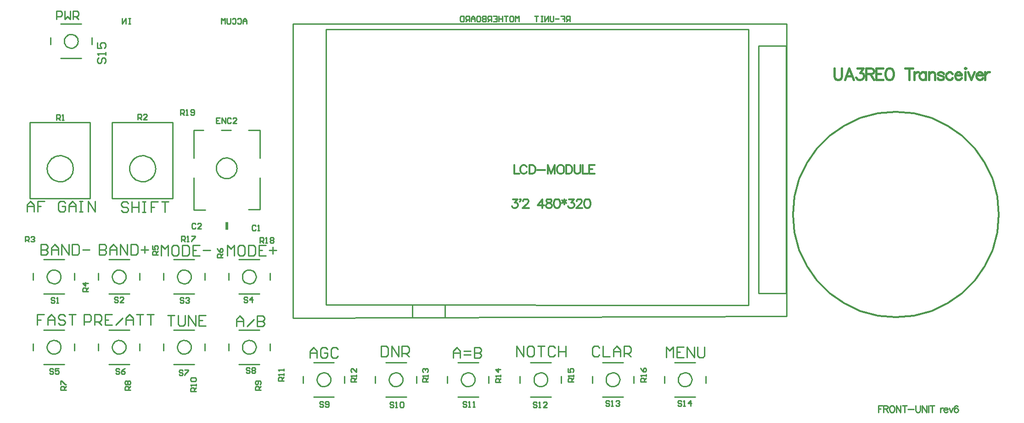
<source format=gto>
G04*
G04 #@! TF.GenerationSoftware,Altium Limited,Altium Designer,19.1.8 (144)*
G04*
G04 Layer_Color=65535*
%FSLAX25Y25*%
%MOIN*%
G70*
G01*
G75*
%ADD10C,0.01000*%
%ADD11C,0.01181*%
%ADD12C,0.01235*%
%ADD13C,0.01544*%
%ADD14C,0.00926*%
D10*
X166773Y-117825D02*
X166707Y-116828D01*
X166507Y-115849D01*
X166180Y-114904D01*
X165729Y-114012D01*
X165163Y-113188D01*
X164493Y-112447D01*
X163729Y-111802D01*
X162887Y-111264D01*
X161980Y-110843D01*
X161026Y-110547D01*
X160040Y-110381D01*
X159041Y-110347D01*
X158047Y-110448D01*
X157075Y-110679D01*
X156142Y-111038D01*
X155265Y-111519D01*
X154461Y-112112D01*
X153742Y-112806D01*
X153123Y-113591D01*
X152614Y-114451D01*
X152223Y-115371D01*
X151959Y-116335D01*
X151826Y-117325D01*
Y-118325D01*
X151959Y-119316D01*
X152223Y-120279D01*
X152614Y-121200D01*
X153123Y-122060D01*
X153742Y-122844D01*
X154461Y-123539D01*
X155265Y-124132D01*
X156142Y-124612D01*
X157075Y-124971D01*
X158047Y-125203D01*
X159041Y-125303D01*
X160040Y-125269D01*
X161026Y-125103D01*
X161980Y-124807D01*
X162887Y-124386D01*
X163729Y-123849D01*
X164493Y-123203D01*
X165163Y-122462D01*
X165729Y-121638D01*
X166180Y-120746D01*
X166507Y-119802D01*
X166707Y-118822D01*
X166773Y-117825D01*
X51502Y-25501D02*
X51399Y-24495D01*
X51096Y-23529D01*
X50605Y-22645D01*
X49946Y-21877D01*
X49146Y-21258D01*
X48238Y-20812D01*
X47259Y-20559D01*
X46248Y-20508D01*
X45248Y-20661D01*
X44300Y-21012D01*
X43441Y-21547D01*
X42708Y-22244D01*
X42130Y-23075D01*
X41731Y-24004D01*
X41527Y-24995D01*
Y-26007D01*
X41731Y-26998D01*
X42130Y-27928D01*
X42708Y-28758D01*
X43441Y-29455D01*
X44300Y-29990D01*
X45248Y-30342D01*
X46248Y-30495D01*
X47259Y-30444D01*
X48238Y-30190D01*
X49146Y-29744D01*
X49946Y-29125D01*
X50605Y-28357D01*
X51096Y-27473D01*
X51399Y-26508D01*
X51502Y-25501D01*
X180789Y-196852D02*
X180687Y-195845D01*
X180384Y-194880D01*
X179893Y-193995D01*
X179234Y-193228D01*
X178434Y-192608D01*
X177525Y-192163D01*
X176546Y-191909D01*
X175536Y-191858D01*
X174536Y-192011D01*
X173587Y-192363D01*
X172728Y-192898D01*
X171995Y-193595D01*
X171417Y-194425D01*
X171018Y-195355D01*
X170815Y-196346D01*
Y-197357D01*
X171018Y-198348D01*
X171417Y-199278D01*
X171995Y-200108D01*
X172728Y-200805D01*
X173587Y-201341D01*
X174536Y-201692D01*
X175536Y-201845D01*
X176546Y-201794D01*
X177525Y-201540D01*
X178434Y-201095D01*
X179234Y-200476D01*
X179893Y-199708D01*
X180384Y-198823D01*
X180687Y-197858D01*
X180789Y-196852D01*
X47960Y-118144D02*
X47907Y-117140D01*
X47747Y-116147D01*
X47482Y-115176D01*
X47116Y-114239D01*
X46652Y-113347D01*
X46096Y-112508D01*
X45454Y-111734D01*
X44733Y-111032D01*
X43942Y-110411D01*
X43089Y-109878D01*
X42185Y-109438D01*
X41238Y-109097D01*
X40261Y-108858D01*
X39264Y-108724D01*
X38259Y-108697D01*
X37256Y-108778D01*
X36268Y-108964D01*
X35304Y-109255D01*
X34378Y-109646D01*
X33498Y-110133D01*
X32675Y-110711D01*
X31918Y-111374D01*
X31235Y-112113D01*
X30635Y-112920D01*
X30125Y-113787D01*
X29709Y-114703D01*
X29393Y-115658D01*
X29180Y-116641D01*
X29074Y-117641D01*
Y-118647D01*
X29180Y-119647D01*
X29393Y-120630D01*
X29709Y-121585D01*
X30125Y-122501D01*
X30635Y-123368D01*
X31235Y-124176D01*
X31918Y-124915D01*
X32675Y-125577D01*
X33498Y-126155D01*
X34378Y-126643D01*
X35304Y-127034D01*
X36268Y-127324D01*
X37256Y-127510D01*
X38259Y-127591D01*
X39264Y-127564D01*
X40261Y-127430D01*
X41238Y-127192D01*
X42185Y-126850D01*
X43089Y-126411D01*
X43942Y-125877D01*
X44733Y-125256D01*
X45454Y-124554D01*
X46096Y-123780D01*
X46652Y-122942D01*
X47116Y-122049D01*
X47482Y-121112D01*
X47747Y-120142D01*
X47907Y-119149D01*
X47960Y-118144D01*
X180786Y-248030D02*
X180684Y-247024D01*
X180381Y-246059D01*
X179890Y-245174D01*
X179231Y-244406D01*
X178431Y-243787D01*
X177522Y-243342D01*
X176543Y-243088D01*
X175533Y-243037D01*
X174533Y-243190D01*
X173584Y-243541D01*
X172725Y-244076D01*
X171992Y-244774D01*
X171414Y-245604D01*
X171015Y-246533D01*
X170811Y-247524D01*
Y-248536D01*
X171015Y-249527D01*
X171414Y-250457D01*
X171992Y-251287D01*
X172725Y-251984D01*
X173584Y-252519D01*
X174533Y-252871D01*
X175533Y-253024D01*
X176543Y-252973D01*
X177522Y-252719D01*
X178431Y-252274D01*
X179231Y-251654D01*
X179890Y-250887D01*
X180381Y-250002D01*
X180684Y-249037D01*
X180786Y-248030D01*
X39053D02*
X38951Y-247024D01*
X38648Y-246059D01*
X38157Y-245174D01*
X37498Y-244406D01*
X36698Y-243787D01*
X35790Y-243342D01*
X34811Y-243088D01*
X33800Y-243037D01*
X32800Y-243190D01*
X31852Y-243541D01*
X30993Y-244076D01*
X30260Y-244774D01*
X29682Y-245604D01*
X29283Y-246533D01*
X29079Y-247524D01*
Y-248536D01*
X29283Y-249527D01*
X29682Y-250457D01*
X30260Y-251287D01*
X30993Y-251984D01*
X31852Y-252519D01*
X32800Y-252871D01*
X33800Y-253024D01*
X34811Y-252973D01*
X35790Y-252719D01*
X36698Y-252274D01*
X37498Y-251654D01*
X38157Y-250887D01*
X38648Y-250002D01*
X38951Y-249037D01*
X39053Y-248030D01*
X39057Y-196852D02*
X38954Y-195845D01*
X38651Y-194880D01*
X38160Y-193995D01*
X37501Y-193228D01*
X36702Y-192608D01*
X35793Y-192163D01*
X34814Y-191909D01*
X33803Y-191858D01*
X32803Y-192011D01*
X31855Y-192363D01*
X30996Y-192898D01*
X30263Y-193595D01*
X29685Y-194425D01*
X29286Y-195355D01*
X29082Y-196346D01*
Y-197357D01*
X29286Y-198348D01*
X29685Y-199278D01*
X30263Y-200108D01*
X30996Y-200805D01*
X31855Y-201341D01*
X32803Y-201692D01*
X33803Y-201845D01*
X34814Y-201794D01*
X35793Y-201540D01*
X36702Y-201095D01*
X37501Y-200476D01*
X38160Y-199708D01*
X38651Y-198823D01*
X38954Y-197858D01*
X39057Y-196852D01*
X287285Y-271655D02*
X287183Y-270648D01*
X286880Y-269683D01*
X286389Y-268798D01*
X285730Y-268031D01*
X284930Y-267411D01*
X284022Y-266966D01*
X283042Y-266712D01*
X282032Y-266661D01*
X281032Y-266814D01*
X280083Y-267166D01*
X279224Y-267701D01*
X278491Y-268398D01*
X277913Y-269228D01*
X277514Y-270158D01*
X277311Y-271149D01*
Y-272161D01*
X277514Y-273151D01*
X277913Y-274081D01*
X278491Y-274912D01*
X279224Y-275609D01*
X280083Y-276144D01*
X281032Y-276495D01*
X282032Y-276648D01*
X283042Y-276597D01*
X284022Y-276343D01*
X284930Y-275898D01*
X285730Y-275279D01*
X286389Y-274511D01*
X286880Y-273626D01*
X287183Y-272661D01*
X287285Y-271655D01*
X107803Y-118144D02*
X107749Y-117140D01*
X107589Y-116147D01*
X107325Y-115176D01*
X106958Y-114239D01*
X106494Y-113347D01*
X105938Y-112508D01*
X105296Y-111734D01*
X104576Y-111032D01*
X103785Y-110411D01*
X102932Y-109878D01*
X102027Y-109438D01*
X101081Y-109097D01*
X100104Y-108858D01*
X99107Y-108724D01*
X98101Y-108697D01*
X97098Y-108778D01*
X96110Y-108964D01*
X95147Y-109255D01*
X94220Y-109646D01*
X93340Y-110133D01*
X92517Y-110711D01*
X91760Y-111374D01*
X91078Y-112113D01*
X90478Y-112920D01*
X89967Y-113787D01*
X89552Y-114703D01*
X89236Y-115658D01*
X89023Y-116641D01*
X88916Y-117641D01*
Y-118647D01*
X89023Y-119647D01*
X89236Y-120630D01*
X89552Y-121585D01*
X89967Y-122501D01*
X90478Y-123368D01*
X91078Y-124176D01*
X91760Y-124915D01*
X92517Y-125577D01*
X93340Y-126155D01*
X94220Y-126643D01*
X95147Y-127034D01*
X96110Y-127324D01*
X97098Y-127510D01*
X98101Y-127591D01*
X99107Y-127564D01*
X100104Y-127430D01*
X101081Y-127192D01*
X102027Y-126850D01*
X102932Y-126411D01*
X103785Y-125877D01*
X104576Y-125256D01*
X105296Y-124554D01*
X105938Y-123780D01*
X106494Y-122942D01*
X106958Y-122049D01*
X107325Y-121112D01*
X107589Y-120142D01*
X107749Y-119149D01*
X107803Y-118144D01*
X133542Y-248030D02*
X133439Y-247024D01*
X133136Y-246059D01*
X132646Y-245174D01*
X131987Y-244406D01*
X131187Y-243787D01*
X130278Y-243342D01*
X129299Y-243088D01*
X128288Y-243037D01*
X127288Y-243190D01*
X126340Y-243541D01*
X125481Y-244076D01*
X124748Y-244774D01*
X124170Y-245604D01*
X123771Y-246533D01*
X123567Y-247524D01*
Y-248536D01*
X123771Y-249527D01*
X124170Y-250457D01*
X124748Y-251287D01*
X125481Y-251984D01*
X126340Y-252519D01*
X127288Y-252871D01*
X128288Y-253024D01*
X129299Y-252973D01*
X130278Y-252719D01*
X131187Y-252274D01*
X131987Y-251654D01*
X132646Y-250887D01*
X133136Y-250002D01*
X133439Y-249037D01*
X133542Y-248030D01*
X86298D02*
X86195Y-247024D01*
X85892Y-246059D01*
X85401Y-245174D01*
X84742Y-244406D01*
X83943Y-243787D01*
X83034Y-243342D01*
X82055Y-243088D01*
X81044Y-243037D01*
X80044Y-243190D01*
X79096Y-243541D01*
X78237Y-244076D01*
X77504Y-244774D01*
X76926Y-245604D01*
X76527Y-246533D01*
X76323Y-247524D01*
Y-248536D01*
X76527Y-249527D01*
X76926Y-250457D01*
X77504Y-251287D01*
X78237Y-251984D01*
X79096Y-252519D01*
X80044Y-252871D01*
X81044Y-253024D01*
X82055Y-252973D01*
X83034Y-252719D01*
X83943Y-252274D01*
X84742Y-251654D01*
X85401Y-250887D01*
X85892Y-250002D01*
X86195Y-249037D01*
X86298Y-248030D01*
X497127Y-271655D02*
X497025Y-270648D01*
X496722Y-269683D01*
X496231Y-268798D01*
X495572Y-268031D01*
X494772Y-267411D01*
X493864Y-266966D01*
X492885Y-266712D01*
X491874Y-266661D01*
X490874Y-266814D01*
X489926Y-267166D01*
X489067Y-267701D01*
X488334Y-268398D01*
X487756Y-269228D01*
X487357Y-270158D01*
X487153Y-271149D01*
Y-272161D01*
X487357Y-273151D01*
X487756Y-274081D01*
X488334Y-274912D01*
X489067Y-275609D01*
X489926Y-276144D01*
X490874Y-276495D01*
X491874Y-276648D01*
X492885Y-276597D01*
X493864Y-276343D01*
X494772Y-275898D01*
X495572Y-275279D01*
X496231Y-274511D01*
X496722Y-273626D01*
X497025Y-272661D01*
X497127Y-271655D01*
X444765D02*
X444663Y-270648D01*
X444360Y-269683D01*
X443869Y-268798D01*
X443210Y-268031D01*
X442410Y-267411D01*
X441502Y-266966D01*
X440522Y-266712D01*
X439512Y-266661D01*
X438512Y-266814D01*
X437563Y-267166D01*
X436705Y-267701D01*
X435972Y-268398D01*
X435394Y-269228D01*
X434995Y-270158D01*
X434791Y-271149D01*
Y-272161D01*
X434995Y-273151D01*
X435394Y-274081D01*
X435972Y-274912D01*
X436705Y-275609D01*
X437563Y-276144D01*
X438512Y-276495D01*
X439512Y-276648D01*
X440522Y-276597D01*
X441502Y-276343D01*
X442410Y-275898D01*
X443210Y-275279D01*
X443869Y-274511D01*
X444360Y-273626D01*
X444663Y-272661D01*
X444765Y-271655D01*
X392403D02*
X392301Y-270648D01*
X391998Y-269683D01*
X391507Y-268798D01*
X390848Y-268031D01*
X390048Y-267411D01*
X389140Y-266966D01*
X388160Y-266712D01*
X387150Y-266661D01*
X386150Y-266814D01*
X385201Y-267166D01*
X384343Y-267701D01*
X383609Y-268398D01*
X383031Y-269228D01*
X382632Y-270158D01*
X382429Y-271149D01*
Y-272161D01*
X382632Y-273151D01*
X383031Y-274081D01*
X383609Y-274912D01*
X384343Y-275609D01*
X385201Y-276144D01*
X386150Y-276495D01*
X387150Y-276648D01*
X388160Y-276597D01*
X389140Y-276343D01*
X390048Y-275898D01*
X390848Y-275279D01*
X391507Y-274511D01*
X391998Y-273626D01*
X392301Y-272661D01*
X392403Y-271655D01*
X339647D02*
X339545Y-270648D01*
X339242Y-269683D01*
X338751Y-268798D01*
X338092Y-268031D01*
X337292Y-267411D01*
X336384Y-266966D01*
X335404Y-266712D01*
X334394Y-266661D01*
X333394Y-266814D01*
X332445Y-267166D01*
X331587Y-267701D01*
X330854Y-268398D01*
X330276Y-269228D01*
X329876Y-270158D01*
X329673Y-271149D01*
Y-272161D01*
X329876Y-273151D01*
X330276Y-274081D01*
X330854Y-274912D01*
X331587Y-275609D01*
X332445Y-276144D01*
X333394Y-276495D01*
X334394Y-276648D01*
X335404Y-276597D01*
X336384Y-276343D01*
X337292Y-275898D01*
X338092Y-275279D01*
X338751Y-274511D01*
X339242Y-273626D01*
X339545Y-272661D01*
X339647Y-271655D01*
X234923D02*
X234821Y-270648D01*
X234518Y-269683D01*
X234027Y-268798D01*
X233368Y-268031D01*
X232568Y-267411D01*
X231659Y-266966D01*
X230680Y-266712D01*
X229670Y-266661D01*
X228670Y-266814D01*
X227721Y-267166D01*
X226862Y-267701D01*
X226129Y-268398D01*
X225551Y-269228D01*
X225152Y-270158D01*
X224949Y-271149D01*
Y-272161D01*
X225152Y-273151D01*
X225551Y-274081D01*
X226129Y-274912D01*
X226862Y-275609D01*
X227721Y-276144D01*
X228670Y-276495D01*
X229670Y-276648D01*
X230680Y-276597D01*
X231659Y-276343D01*
X232568Y-275898D01*
X233368Y-275279D01*
X234027Y-274511D01*
X234518Y-273626D01*
X234821Y-272661D01*
X234923Y-271655D01*
X133545Y-196852D02*
X133442Y-195845D01*
X133140Y-194880D01*
X132649Y-193995D01*
X131990Y-193228D01*
X131190Y-192608D01*
X130281Y-192163D01*
X129302Y-191909D01*
X128292Y-191858D01*
X127292Y-192011D01*
X126343Y-192363D01*
X125484Y-192898D01*
X124751Y-193595D01*
X124173Y-194425D01*
X123774Y-195355D01*
X123571Y-196346D01*
Y-197357D01*
X123774Y-198348D01*
X124173Y-199278D01*
X124751Y-200108D01*
X125484Y-200805D01*
X126343Y-201341D01*
X127292Y-201692D01*
X128292Y-201845D01*
X129302Y-201794D01*
X130281Y-201540D01*
X131190Y-201095D01*
X131990Y-200476D01*
X132649Y-199708D01*
X133140Y-198823D01*
X133442Y-197858D01*
X133545Y-196852D01*
X86301D02*
X86198Y-195845D01*
X85896Y-194880D01*
X85405Y-193995D01*
X84746Y-193228D01*
X83946Y-192608D01*
X83037Y-192163D01*
X82058Y-191909D01*
X81047Y-191858D01*
X80048Y-192011D01*
X79099Y-192363D01*
X78240Y-192898D01*
X77507Y-193595D01*
X76929Y-194425D01*
X76530Y-195355D01*
X76326Y-196346D01*
Y-197357D01*
X76530Y-198348D01*
X76929Y-199278D01*
X77507Y-200108D01*
X78240Y-200805D01*
X79099Y-201341D01*
X80048Y-201692D01*
X81047Y-201845D01*
X82058Y-201794D01*
X83037Y-201540D01*
X83946Y-201095D01*
X84746Y-200476D01*
X85405Y-199708D01*
X85896Y-198823D01*
X86198Y-197858D01*
X86301Y-196852D01*
X317799Y-225992D02*
Y-217992D01*
X294177Y-225992D02*
Y-217992D01*
X207563Y-226772D02*
X565831Y-225591D01*
Y-12992D01*
X207563D02*
X565831D01*
X207563Y-226492D02*
X207563Y-12992D01*
X545483Y-28984D02*
X565510D01*
Y-208992D02*
Y-28984D01*
X545483Y-208992D02*
X565510D01*
X545483D02*
Y-28984D01*
X231500Y-16929D02*
X538272D01*
X231500D02*
X231500Y-217323D01*
X538272Y-217717D01*
Y-16929D01*
X135439Y-110494D02*
X135514Y-90345D01*
X142602D01*
X183509Y-110494D02*
X183549Y-90345D01*
X175279D02*
X183549D01*
X135514Y-148221D02*
Y-125061D01*
Y-148221D02*
X143783Y-148143D01*
X183549Y-147436D02*
X183624Y-125061D01*
X183156Y-147829D02*
X183549D01*
X175279Y-147868D02*
X183156Y-147829D01*
X155595Y-90345D02*
X162681D01*
X61499Y-28001D02*
Y-22999D01*
X31501Y-28001D02*
Y-22999D01*
X39002Y-37998D02*
X53998D01*
X39002Y-13000D02*
X53998D01*
X168289Y-184350D02*
X183285D01*
X168289Y-209349D02*
X183285D01*
X160788Y-199351D02*
Y-194350D01*
X190787Y-199351D02*
Y-194350D01*
X60319Y-139953D02*
Y-84559D01*
X16579D02*
X60319D01*
X16579Y-139953D02*
Y-84559D01*
Y-139953D02*
X60319D01*
X160788Y-250532D02*
Y-245531D01*
X190787Y-250532D02*
Y-245531D01*
X168289Y-235533D02*
X183285D01*
X168289Y-260532D02*
X183285D01*
X19056Y-250532D02*
Y-245531D01*
X49054Y-250532D02*
Y-245531D01*
X26557Y-235533D02*
X41553D01*
X26557Y-260532D02*
X41553D01*
X49054Y-199351D02*
Y-194350D01*
X19056Y-199351D02*
Y-194350D01*
X26557Y-209349D02*
X41553D01*
X26557Y-184350D02*
X41553D01*
X159962Y-162195D02*
Y-157081D01*
X297283Y-274154D02*
Y-269153D01*
X267284Y-274154D02*
Y-269153D01*
X274785Y-284152D02*
X289781D01*
X274785Y-259153D02*
X289781D01*
X120161Y-139953D02*
Y-84559D01*
X76421D02*
X120161D01*
X76421Y-139953D02*
Y-84559D01*
Y-139953D02*
X120161D01*
X113544Y-250532D02*
Y-245531D01*
X143543Y-250532D02*
Y-245531D01*
X121045Y-235533D02*
X136041D01*
X121045Y-260532D02*
X136041D01*
X66300Y-250532D02*
Y-245531D01*
X96298Y-250532D02*
Y-245531D01*
X73801Y-235533D02*
X88797D01*
X73801Y-260532D02*
X88797D01*
X507125Y-274154D02*
Y-269153D01*
X477127Y-274154D02*
Y-269153D01*
X484628Y-284152D02*
X499624D01*
X484628Y-259153D02*
X499624D01*
X454763Y-274154D02*
Y-269153D01*
X424764Y-274154D02*
Y-269153D01*
X432266Y-284152D02*
X447262D01*
X432266Y-259153D02*
X447262D01*
X402401Y-274154D02*
Y-269153D01*
X372402Y-274154D02*
Y-269153D01*
X379904Y-284152D02*
X394900D01*
X379904Y-259153D02*
X394900D01*
X349645Y-274154D02*
Y-269153D01*
X319647Y-274154D02*
Y-269153D01*
X327148Y-284152D02*
X342144D01*
X327148Y-259153D02*
X342144D01*
X244920Y-274154D02*
Y-269153D01*
X214922Y-274154D02*
Y-269153D01*
X222423Y-284152D02*
X237419D01*
X222423Y-259153D02*
X237419D01*
X143543Y-199351D02*
Y-194350D01*
X113544Y-199351D02*
Y-194350D01*
X121045Y-209349D02*
X136041D01*
X121045Y-184350D02*
X136041D01*
X96298Y-199351D02*
Y-194350D01*
X66300Y-199351D02*
Y-194350D01*
X73801Y-209349D02*
X88797D01*
X73801Y-184350D02*
X88797D01*
X158786Y-162195D02*
Y-157081D01*
X66502Y-37501D02*
X65502Y-38501D01*
Y-40500D01*
X66502Y-41500D01*
X67501D01*
X68501Y-40500D01*
Y-38501D01*
X69501Y-37501D01*
X70500D01*
X71500Y-38501D01*
Y-40500D01*
X70500Y-41500D01*
X71500Y-35502D02*
Y-33503D01*
Y-34502D01*
X65502D01*
X66502Y-35502D01*
X65502Y-26505D02*
Y-30504D01*
X68501D01*
X67501Y-28504D01*
Y-27505D01*
X68501Y-26505D01*
X70500D01*
X71500Y-27505D01*
Y-29504D01*
X70500Y-30504D01*
X36000Y-9500D02*
Y-3502D01*
X38999D01*
X39999Y-4502D01*
Y-6501D01*
X38999Y-7501D01*
X36000D01*
X41998Y-3502D02*
Y-9500D01*
X43997Y-7501D01*
X45997Y-9500D01*
Y-3502D01*
X47996Y-9500D02*
Y-3502D01*
X50995D01*
X51995Y-4502D01*
Y-6501D01*
X50995Y-7501D01*
X47996D01*
X49995D02*
X51995Y-9500D01*
X174659Y-212177D02*
X173994Y-211512D01*
X172665D01*
X172000Y-212177D01*
Y-212841D01*
X172665Y-213506D01*
X173994D01*
X174659Y-214171D01*
Y-214835D01*
X173994Y-215500D01*
X172665D01*
X172000Y-214835D01*
X177982Y-215500D02*
Y-211512D01*
X175988Y-213506D01*
X178647D01*
X160000Y-181500D02*
Y-173902D01*
X162532Y-176435D01*
X165065Y-173902D01*
Y-181500D01*
X171396Y-173902D02*
X168864D01*
X167597Y-175169D01*
Y-180234D01*
X168864Y-181500D01*
X171396D01*
X172663Y-180234D01*
Y-175169D01*
X171396Y-173902D01*
X175195D02*
Y-181500D01*
X178994D01*
X180260Y-180234D01*
Y-175169D01*
X178994Y-173902D01*
X175195D01*
X187858D02*
X182793D01*
Y-181500D01*
X187858D01*
X182793Y-177701D02*
X185325D01*
X190390D02*
X195455D01*
X192923Y-175169D02*
Y-180234D01*
X408719Y-11372D02*
Y-7384D01*
X406725D01*
X406060Y-8049D01*
Y-9378D01*
X406725Y-10043D01*
X408719D01*
X407390D02*
X406060Y-11372D01*
X402072Y-7384D02*
X404731D01*
Y-9378D01*
X403402D01*
X404731D01*
Y-11372D01*
X400743Y-9378D02*
X398084D01*
X396755Y-7384D02*
Y-10707D01*
X396090Y-11372D01*
X394761D01*
X394096Y-10707D01*
Y-7384D01*
X392767Y-11372D02*
Y-7384D01*
X390108Y-11372D01*
Y-7384D01*
X388779D02*
X387449D01*
X388114D01*
Y-11372D01*
X388779D01*
X387449D01*
X385455Y-7384D02*
X382797D01*
X384126D01*
Y-11372D01*
X36000Y-83000D02*
Y-79012D01*
X37994D01*
X38659Y-79677D01*
Y-81006D01*
X37994Y-81671D01*
X36000D01*
X37329D02*
X38659Y-83000D01*
X39988D02*
X41317D01*
X40653D01*
Y-79012D01*
X39988Y-79677D01*
X14500Y-149500D02*
Y-144435D01*
X17032Y-141902D01*
X19565Y-144435D01*
Y-149500D01*
Y-145701D01*
X14500D01*
X27163Y-141902D02*
X22097D01*
Y-145701D01*
X24630D01*
X22097D01*
Y-149500D01*
X42358Y-143169D02*
X41091Y-141902D01*
X38559D01*
X37293Y-143169D01*
Y-148234D01*
X38559Y-149500D01*
X41091D01*
X42358Y-148234D01*
Y-145701D01*
X39825D01*
X44890Y-149500D02*
Y-144435D01*
X47423Y-141902D01*
X49955Y-144435D01*
Y-149500D01*
Y-145701D01*
X44890D01*
X52488Y-141902D02*
X55020D01*
X53754D01*
Y-149500D01*
X52488D01*
X55020D01*
X58819D02*
Y-141902D01*
X63884Y-149500D01*
Y-141902D01*
X176159Y-263677D02*
X175494Y-263012D01*
X174165D01*
X173500Y-263677D01*
Y-264341D01*
X174165Y-265006D01*
X175494D01*
X176159Y-265671D01*
Y-266335D01*
X175494Y-267000D01*
X174165D01*
X173500Y-266335D01*
X177488Y-263677D02*
X178153Y-263012D01*
X179482D01*
X180147Y-263677D01*
Y-264341D01*
X179482Y-265006D01*
X180147Y-265671D01*
Y-266335D01*
X179482Y-267000D01*
X178153D01*
X177488Y-266335D01*
Y-265671D01*
X178153Y-265006D01*
X177488Y-264341D01*
Y-263677D01*
X178153Y-265006D02*
X179482D01*
X166500Y-233000D02*
Y-227935D01*
X169033Y-225402D01*
X171565Y-227935D01*
Y-233000D01*
Y-229201D01*
X166500D01*
X174098Y-233000D02*
X179163Y-227935D01*
X181695Y-225402D02*
Y-233000D01*
X185494D01*
X186760Y-231734D01*
Y-230468D01*
X185494Y-229201D01*
X181695D01*
X185494D01*
X186760Y-227935D01*
Y-226669D01*
X185494Y-225402D01*
X181695D01*
X33659Y-264177D02*
X32994Y-263512D01*
X31665D01*
X31000Y-264177D01*
Y-264841D01*
X31665Y-265506D01*
X32994D01*
X33659Y-266171D01*
Y-266835D01*
X32994Y-267500D01*
X31665D01*
X31000Y-266835D01*
X37647Y-263512D02*
X34988D01*
Y-265506D01*
X36318Y-264841D01*
X36982D01*
X37647Y-265506D01*
Y-266835D01*
X36982Y-267500D01*
X35653D01*
X34988Y-266835D01*
X27065Y-224402D02*
X22000D01*
Y-228201D01*
X24532D01*
X22000D01*
Y-232000D01*
X29597D02*
Y-226935D01*
X32130Y-224402D01*
X34663Y-226935D01*
Y-232000D01*
Y-228201D01*
X29597D01*
X42260Y-225669D02*
X40994Y-224402D01*
X38461D01*
X37195Y-225669D01*
Y-226935D01*
X38461Y-228201D01*
X40994D01*
X42260Y-229468D01*
Y-230734D01*
X40994Y-232000D01*
X38461D01*
X37195Y-230734D01*
X44793Y-224402D02*
X49858D01*
X47325D01*
Y-232000D01*
X154672Y-81254D02*
X152013D01*
Y-85242D01*
X154672D01*
X152013Y-83248D02*
X153343D01*
X156001Y-85242D02*
Y-81254D01*
X158660Y-85242D01*
Y-81254D01*
X162648Y-81919D02*
X161984Y-81254D01*
X160654D01*
X159990Y-81919D01*
Y-84577D01*
X160654Y-85242D01*
X161984D01*
X162648Y-84577D01*
X166636Y-85242D02*
X163978D01*
X166636Y-82583D01*
Y-81919D01*
X165972Y-81254D01*
X164642D01*
X163978Y-81919D01*
X34659Y-212677D02*
X33994Y-212012D01*
X32665D01*
X32000Y-212677D01*
Y-213341D01*
X32665Y-214006D01*
X33994D01*
X34659Y-214671D01*
Y-215335D01*
X33994Y-216000D01*
X32665D01*
X32000Y-215335D01*
X35988Y-216000D02*
X37317D01*
X36653D01*
Y-212012D01*
X35988Y-212677D01*
X24500Y-173403D02*
Y-181000D01*
X28299D01*
X29565Y-179734D01*
Y-178468D01*
X28299Y-177201D01*
X24500D01*
X28299D01*
X29565Y-175935D01*
Y-174669D01*
X28299Y-173403D01*
X24500D01*
X32098Y-181000D02*
Y-175935D01*
X34630Y-173403D01*
X37163Y-175935D01*
Y-181000D01*
Y-177201D01*
X32098D01*
X39695Y-181000D02*
Y-173403D01*
X44760Y-181000D01*
Y-173403D01*
X47293D02*
Y-181000D01*
X51091D01*
X52358Y-179734D01*
Y-174669D01*
X51091Y-173403D01*
X47293D01*
X54890Y-177201D02*
X59955D01*
X180647Y-160009D02*
X179983Y-159344D01*
X178653D01*
X177989Y-160009D01*
Y-162668D01*
X178653Y-163333D01*
X179983D01*
X180647Y-162668D01*
X181977Y-163333D02*
X183306D01*
X182641D01*
Y-159344D01*
X181977Y-160009D01*
X280659Y-288677D02*
X279994Y-288012D01*
X278665D01*
X278000Y-288677D01*
Y-289341D01*
X278665Y-290006D01*
X279994D01*
X280659Y-290671D01*
Y-291335D01*
X279994Y-292000D01*
X278665D01*
X278000Y-291335D01*
X281988Y-292000D02*
X283317D01*
X282653D01*
Y-288012D01*
X281988Y-288677D01*
X285312D02*
X285976Y-288012D01*
X287306D01*
X287970Y-288677D01*
Y-291335D01*
X287306Y-292000D01*
X285976D01*
X285312Y-291335D01*
Y-288677D01*
X271500Y-247403D02*
Y-255000D01*
X275299D01*
X276565Y-253734D01*
Y-248669D01*
X275299Y-247403D01*
X271500D01*
X279098Y-255000D02*
Y-247403D01*
X284163Y-255000D01*
Y-247403D01*
X286695Y-255000D02*
Y-247403D01*
X290494D01*
X291760Y-248669D01*
Y-251201D01*
X290494Y-252467D01*
X286695D01*
X289228D02*
X291760Y-255000D01*
X183579Y-172301D02*
Y-168313D01*
X185573D01*
X186238Y-168978D01*
Y-170307D01*
X185573Y-170972D01*
X183579D01*
X184908D02*
X186238Y-172301D01*
X187567D02*
X188896D01*
X188232D01*
Y-168313D01*
X187567Y-168978D01*
X190890D02*
X191555Y-168313D01*
X192884D01*
X193549Y-168978D01*
Y-169642D01*
X192884Y-170307D01*
X193549Y-170972D01*
Y-171636D01*
X192884Y-172301D01*
X191555D01*
X190890Y-171636D01*
Y-170972D01*
X191555Y-170307D01*
X190890Y-169642D01*
Y-168978D01*
X191555Y-170307D02*
X192884D01*
X371491Y-11372D02*
Y-7384D01*
X370162Y-8713D01*
X368833Y-7384D01*
Y-11372D01*
X365509Y-7384D02*
X366839D01*
X367503Y-8049D01*
Y-10707D01*
X366839Y-11372D01*
X365509D01*
X364845Y-10707D01*
Y-8049D01*
X365509Y-7384D01*
X363515D02*
X360856D01*
X362186D01*
Y-11372D01*
X359527Y-7384D02*
Y-11372D01*
Y-9378D01*
X356868D01*
Y-7384D01*
Y-11372D01*
X352880Y-7384D02*
X355539D01*
Y-11372D01*
X352880D01*
X355539Y-9378D02*
X354210D01*
X351551Y-11372D02*
Y-7384D01*
X349557D01*
X348892Y-8049D01*
Y-9378D01*
X349557Y-10043D01*
X351551D01*
X350221D02*
X348892Y-11372D01*
X347563Y-7384D02*
Y-11372D01*
X345569D01*
X344904Y-10707D01*
Y-10043D01*
X345569Y-9378D01*
X347563D01*
X345569D01*
X344904Y-8713D01*
Y-8049D01*
X345569Y-7384D01*
X347563D01*
X341581D02*
X342910D01*
X343575Y-8049D01*
Y-10707D01*
X342910Y-11372D01*
X341581D01*
X340916Y-10707D01*
Y-8049D01*
X341581Y-7384D01*
X339586Y-11372D02*
Y-8713D01*
X338257Y-7384D01*
X336928Y-8713D01*
Y-11372D01*
Y-9378D01*
X339586D01*
X335598Y-11372D02*
Y-7384D01*
X333604D01*
X332940Y-8049D01*
Y-9378D01*
X333604Y-10043D01*
X335598D01*
X334269D02*
X332940Y-11372D01*
X331610Y-7384D02*
Y-11372D01*
X329616D01*
X328952Y-10707D01*
Y-8049D01*
X329616Y-7384D01*
X331610D01*
X95000Y-82500D02*
Y-78512D01*
X96994D01*
X97659Y-79177D01*
Y-80506D01*
X96994Y-81171D01*
X95000D01*
X96329D02*
X97659Y-82500D01*
X101647D02*
X98988D01*
X101647Y-79841D01*
Y-79177D01*
X100982Y-78512D01*
X99653D01*
X98988Y-79177D01*
X88065Y-143669D02*
X86799Y-142403D01*
X84266D01*
X83000Y-143669D01*
Y-144935D01*
X84266Y-146201D01*
X86799D01*
X88065Y-147468D01*
Y-148734D01*
X86799Y-150000D01*
X84266D01*
X83000Y-148734D01*
X90597Y-142403D02*
Y-150000D01*
Y-146201D01*
X95663D01*
Y-142403D01*
Y-150000D01*
X98195Y-142403D02*
X100728D01*
X99461D01*
Y-150000D01*
X98195D01*
X100728D01*
X109591Y-142403D02*
X104526D01*
Y-146201D01*
X107059D01*
X104526D01*
Y-150000D01*
X112124Y-142403D02*
X117189D01*
X114656D01*
Y-150000D01*
X127659Y-265177D02*
X126994Y-264512D01*
X125665D01*
X125000Y-265177D01*
Y-265841D01*
X125665Y-266506D01*
X126994D01*
X127659Y-267171D01*
Y-267835D01*
X126994Y-268500D01*
X125665D01*
X125000Y-267835D01*
X128988Y-264512D02*
X131647D01*
Y-265177D01*
X128988Y-267835D01*
Y-268500D01*
X116500Y-224903D02*
X121565D01*
X119033D01*
Y-232500D01*
X124098Y-224903D02*
Y-231234D01*
X125364Y-232500D01*
X127896D01*
X129163Y-231234D01*
Y-224903D01*
X131695Y-232500D02*
Y-224903D01*
X136760Y-232500D01*
Y-224903D01*
X144358D02*
X139293D01*
Y-232500D01*
X144358D01*
X139293Y-228701D02*
X141825D01*
X81659Y-264177D02*
X80994Y-263512D01*
X79665D01*
X79000Y-264177D01*
Y-264841D01*
X79665Y-265506D01*
X80994D01*
X81659Y-266171D01*
Y-266835D01*
X80994Y-267500D01*
X79665D01*
X79000Y-266835D01*
X85647Y-263512D02*
X84317Y-264177D01*
X82988Y-265506D01*
Y-266835D01*
X83653Y-267500D01*
X84982D01*
X85647Y-266835D01*
Y-266171D01*
X84982Y-265506D01*
X82988D01*
X56000Y-232000D02*
Y-224402D01*
X59799D01*
X61065Y-225669D01*
Y-228201D01*
X59799Y-229468D01*
X56000D01*
X63598Y-232000D02*
Y-224402D01*
X67396D01*
X68663Y-225669D01*
Y-228201D01*
X67396Y-229468D01*
X63598D01*
X66130D02*
X68663Y-232000D01*
X76260Y-224402D02*
X71195D01*
Y-232000D01*
X76260D01*
X71195Y-228201D02*
X73728D01*
X78793Y-232000D02*
X83858Y-226935D01*
X86390Y-232000D02*
Y-226935D01*
X88923Y-224402D01*
X91455Y-226935D01*
Y-232000D01*
Y-228201D01*
X86390D01*
X93988Y-224402D02*
X99053D01*
X96520D01*
Y-232000D01*
X101585Y-224402D02*
X106650D01*
X104118D01*
Y-232000D01*
X89716Y-8774D02*
X88387D01*
X89051D01*
Y-12762D01*
X89716D01*
X88387D01*
X86393D02*
Y-8774D01*
X83734Y-12762D01*
Y-8774D01*
X174061Y-12762D02*
Y-10103D01*
X172731Y-8774D01*
X171402Y-10103D01*
Y-12762D01*
Y-10768D01*
X174061D01*
X167414Y-9438D02*
X168079Y-8774D01*
X169408D01*
X170073Y-9438D01*
Y-12097D01*
X169408Y-12762D01*
X168079D01*
X167414Y-12097D01*
X163426Y-9438D02*
X164091Y-8774D01*
X165420D01*
X166085Y-9438D01*
Y-12097D01*
X165420Y-12762D01*
X164091D01*
X163426Y-12097D01*
X162097Y-8774D02*
Y-12097D01*
X161432Y-12762D01*
X160102D01*
X159438Y-12097D01*
Y-8774D01*
X158108Y-12762D02*
Y-8774D01*
X156779Y-10103D01*
X155450Y-8774D01*
Y-12762D01*
X489659Y-287677D02*
X488994Y-287012D01*
X487665D01*
X487000Y-287677D01*
Y-288341D01*
X487665Y-289006D01*
X488994D01*
X489659Y-289671D01*
Y-290335D01*
X488994Y-291000D01*
X487665D01*
X487000Y-290335D01*
X490988Y-291000D02*
X492317D01*
X491653D01*
Y-287012D01*
X490988Y-287677D01*
X496306Y-291000D02*
Y-287012D01*
X494312Y-289006D01*
X496970D01*
X478500Y-255500D02*
Y-247902D01*
X481033Y-250435D01*
X483565Y-247902D01*
Y-255500D01*
X491163Y-247902D02*
X486097D01*
Y-255500D01*
X491163D01*
X486097Y-251701D02*
X488630D01*
X493695Y-255500D02*
Y-247902D01*
X498760Y-255500D01*
Y-247902D01*
X501293D02*
Y-254234D01*
X502559Y-255500D01*
X505091D01*
X506358Y-254234D01*
Y-247902D01*
X437159Y-287677D02*
X436494Y-287012D01*
X435165D01*
X434500Y-287677D01*
Y-288341D01*
X435165Y-289006D01*
X436494D01*
X437159Y-289671D01*
Y-290335D01*
X436494Y-291000D01*
X435165D01*
X434500Y-290335D01*
X438488Y-291000D02*
X439817D01*
X439153D01*
Y-287012D01*
X438488Y-287677D01*
X441812D02*
X442476Y-287012D01*
X443806D01*
X444470Y-287677D01*
Y-288341D01*
X443806Y-289006D01*
X443141D01*
X443806D01*
X444470Y-289671D01*
Y-290335D01*
X443806Y-291000D01*
X442476D01*
X441812Y-290335D01*
X430065Y-248669D02*
X428799Y-247403D01*
X426266D01*
X425000Y-248669D01*
Y-253734D01*
X426266Y-255000D01*
X428799D01*
X430065Y-253734D01*
X432597Y-247403D02*
Y-255000D01*
X437663D01*
X440195D02*
Y-249935D01*
X442728Y-247403D01*
X445260Y-249935D01*
Y-255000D01*
Y-251201D01*
X440195D01*
X447793Y-255000D02*
Y-247403D01*
X451591D01*
X452858Y-248669D01*
Y-251201D01*
X451591Y-252467D01*
X447793D01*
X450325D02*
X452858Y-255000D01*
X384659Y-288677D02*
X383994Y-288012D01*
X382665D01*
X382000Y-288677D01*
Y-289341D01*
X382665Y-290006D01*
X383994D01*
X384659Y-290671D01*
Y-291335D01*
X383994Y-292000D01*
X382665D01*
X382000Y-291335D01*
X385988Y-292000D02*
X387317D01*
X386653D01*
Y-288012D01*
X385988Y-288677D01*
X391970Y-292000D02*
X389312D01*
X391970Y-289341D01*
Y-288677D01*
X391306Y-288012D01*
X389976D01*
X389312Y-288677D01*
X370000Y-255000D02*
Y-247403D01*
X375065Y-255000D01*
Y-247403D01*
X381396D02*
X378864D01*
X377597Y-248669D01*
Y-253734D01*
X378864Y-255000D01*
X381396D01*
X382663Y-253734D01*
Y-248669D01*
X381396Y-247403D01*
X385195D02*
X390260D01*
X387728D01*
Y-255000D01*
X397858Y-248669D02*
X396591Y-247403D01*
X394059D01*
X392793Y-248669D01*
Y-253734D01*
X394059Y-255000D01*
X396591D01*
X397858Y-253734D01*
X400390Y-247403D02*
Y-255000D01*
Y-251201D01*
X405455D01*
Y-247403D01*
Y-255000D01*
X333659Y-288177D02*
X332994Y-287512D01*
X331665D01*
X331000Y-288177D01*
Y-288841D01*
X331665Y-289506D01*
X332994D01*
X333659Y-290171D01*
Y-290835D01*
X332994Y-291500D01*
X331665D01*
X331000Y-290835D01*
X334988Y-291500D02*
X336317D01*
X335653D01*
Y-287512D01*
X334988Y-288177D01*
X338312Y-291500D02*
X339641D01*
X338976D01*
Y-287512D01*
X338312Y-288177D01*
X324000Y-256000D02*
Y-250935D01*
X326533Y-248403D01*
X329065Y-250935D01*
Y-256000D01*
Y-252201D01*
X324000D01*
X331597Y-253467D02*
X336663D01*
X331597Y-250935D02*
X336663D01*
X339195Y-248403D02*
Y-256000D01*
X342994D01*
X344260Y-254734D01*
Y-253467D01*
X342994Y-252201D01*
X339195D01*
X342994D01*
X344260Y-250935D01*
Y-249669D01*
X342994Y-248403D01*
X339195D01*
X358419Y-273499D02*
X354431D01*
Y-271505D01*
X355096Y-270840D01*
X356425D01*
X357090Y-271505D01*
Y-273499D01*
Y-272169D02*
X358419Y-270840D01*
Y-269511D02*
Y-268181D01*
Y-268846D01*
X354431D01*
X355096Y-269511D01*
X358419Y-264193D02*
X354431D01*
X356425Y-266187D01*
Y-263528D01*
X305663Y-273404D02*
X301675D01*
Y-271410D01*
X302340Y-270745D01*
X303669D01*
X304334Y-271410D01*
Y-273404D01*
Y-272075D02*
X305663Y-270745D01*
Y-269416D02*
Y-268087D01*
Y-268751D01*
X301675D01*
X302340Y-269416D01*
Y-266092D02*
X301675Y-265428D01*
Y-264098D01*
X302340Y-263434D01*
X303005D01*
X303669Y-264098D01*
Y-264763D01*
Y-264098D01*
X304334Y-263434D01*
X304999D01*
X305663Y-264098D01*
Y-265428D01*
X304999Y-266092D01*
X229659Y-288177D02*
X228994Y-287512D01*
X227665D01*
X227000Y-288177D01*
Y-288841D01*
X227665Y-289506D01*
X228994D01*
X229659Y-290171D01*
Y-290835D01*
X228994Y-291500D01*
X227665D01*
X227000Y-290835D01*
X230988D02*
X231653Y-291500D01*
X232982D01*
X233647Y-290835D01*
Y-288177D01*
X232982Y-287512D01*
X231653D01*
X230988Y-288177D01*
Y-288841D01*
X231653Y-289506D01*
X233647D01*
X220000Y-256000D02*
Y-250935D01*
X222533Y-248403D01*
X225065Y-250935D01*
Y-256000D01*
Y-252201D01*
X220000D01*
X232663Y-249669D02*
X231396Y-248403D01*
X228864D01*
X227597Y-249669D01*
Y-254734D01*
X228864Y-256000D01*
X231396D01*
X232663Y-254734D01*
Y-252201D01*
X230130D01*
X240260Y-249669D02*
X238994Y-248403D01*
X236461D01*
X235195Y-249669D01*
Y-254734D01*
X236461Y-256000D01*
X238994D01*
X240260Y-254734D01*
X128159Y-212677D02*
X127494Y-212012D01*
X126165D01*
X125500Y-212677D01*
Y-213341D01*
X126165Y-214006D01*
X127494D01*
X128159Y-214671D01*
Y-215335D01*
X127494Y-216000D01*
X126165D01*
X125500Y-215335D01*
X129488Y-212677D02*
X130153Y-212012D01*
X131482D01*
X132147Y-212677D01*
Y-213341D01*
X131482Y-214006D01*
X130817D01*
X131482D01*
X132147Y-214671D01*
Y-215335D01*
X131482Y-216000D01*
X130153D01*
X129488Y-215335D01*
X112000Y-181500D02*
Y-173902D01*
X114532Y-176435D01*
X117065Y-173902D01*
Y-181500D01*
X123396Y-173902D02*
X120864D01*
X119597Y-175169D01*
Y-180234D01*
X120864Y-181500D01*
X123396D01*
X124663Y-180234D01*
Y-175169D01*
X123396Y-173902D01*
X127195D02*
Y-181500D01*
X130994D01*
X132260Y-180234D01*
Y-175169D01*
X130994Y-173902D01*
X127195D01*
X139858D02*
X134793D01*
Y-181500D01*
X139858D01*
X134793Y-177701D02*
X137325D01*
X142390D02*
X147455D01*
X80659Y-212177D02*
X79994Y-211512D01*
X78665D01*
X78000Y-212177D01*
Y-212841D01*
X78665Y-213506D01*
X79994D01*
X80659Y-214171D01*
Y-214835D01*
X79994Y-215500D01*
X78665D01*
X78000Y-214835D01*
X84647Y-215500D02*
X81988D01*
X84647Y-212841D01*
Y-212177D01*
X83982Y-211512D01*
X82653D01*
X81988Y-212177D01*
X67000Y-173403D02*
Y-181000D01*
X70799D01*
X72065Y-179734D01*
Y-178468D01*
X70799Y-177201D01*
X67000D01*
X70799D01*
X72065Y-175935D01*
Y-174669D01*
X70799Y-173403D01*
X67000D01*
X74598Y-181000D02*
Y-175935D01*
X77130Y-173403D01*
X79663Y-175935D01*
Y-181000D01*
Y-177201D01*
X74598D01*
X82195Y-181000D02*
Y-173403D01*
X87260Y-181000D01*
Y-173403D01*
X89793D02*
Y-181000D01*
X93591D01*
X94858Y-179734D01*
Y-174669D01*
X93591Y-173403D01*
X89793D01*
X97390Y-177201D02*
X102455D01*
X99923Y-174669D02*
Y-179734D01*
X136876Y-158434D02*
X136212Y-157770D01*
X134882D01*
X134218Y-158434D01*
Y-161093D01*
X134882Y-161758D01*
X136212D01*
X136876Y-161093D01*
X140865Y-161758D02*
X138206D01*
X140865Y-159099D01*
Y-158434D01*
X140200Y-157770D01*
X138871D01*
X138206Y-158434D01*
X184404Y-279101D02*
X180415D01*
Y-277107D01*
X181080Y-276442D01*
X182409D01*
X183074Y-277107D01*
Y-279101D01*
Y-277772D02*
X184404Y-276442D01*
X183739Y-275113D02*
X184404Y-274448D01*
Y-273119D01*
X183739Y-272454D01*
X181080D01*
X180415Y-273119D01*
Y-274448D01*
X181080Y-275113D01*
X181745D01*
X182409Y-274448D01*
Y-272454D01*
X126521Y-171207D02*
Y-167218D01*
X128515D01*
X129180Y-167883D01*
Y-169213D01*
X128515Y-169877D01*
X126521D01*
X127851D02*
X129180Y-171207D01*
X130509D02*
X131839D01*
X131174D01*
Y-167218D01*
X130509Y-167883D01*
X133833Y-167218D02*
X136492D01*
Y-167883D01*
X133833Y-170542D01*
Y-171207D01*
X156451Y-182839D02*
X152463D01*
Y-180845D01*
X153127Y-180181D01*
X154457D01*
X155121Y-180845D01*
Y-182839D01*
Y-181510D02*
X156451Y-180181D01*
X152463Y-176192D02*
X153127Y-177522D01*
X154457Y-178851D01*
X155786D01*
X156451Y-178187D01*
Y-176857D01*
X155786Y-176192D01*
X155121D01*
X154457Y-176857D01*
Y-178851D01*
X59000Y-207500D02*
X55012D01*
Y-205506D01*
X55677Y-204841D01*
X57006D01*
X57671Y-205506D01*
Y-207500D01*
Y-206171D02*
X59000Y-204841D01*
Y-201518D02*
X55012D01*
X57006Y-203512D01*
Y-200853D01*
X89522Y-279194D02*
X85533D01*
Y-277200D01*
X86198Y-276535D01*
X87528D01*
X88192Y-277200D01*
Y-279194D01*
Y-277865D02*
X89522Y-276535D01*
X86198Y-275206D02*
X85533Y-274541D01*
Y-273212D01*
X86198Y-272547D01*
X86863D01*
X87528Y-273212D01*
X88192Y-272547D01*
X88857D01*
X89522Y-273212D01*
Y-274541D01*
X88857Y-275206D01*
X88192D01*
X87528Y-274541D01*
X86863Y-275206D01*
X86198D01*
X87528Y-274541D02*
Y-273212D01*
X463931Y-273307D02*
X459943D01*
Y-271313D01*
X460608Y-270648D01*
X461937D01*
X462602Y-271313D01*
Y-273307D01*
Y-271977D02*
X463931Y-270648D01*
Y-269319D02*
Y-267989D01*
Y-268654D01*
X459943D01*
X460608Y-269319D01*
X459943Y-263336D02*
X460608Y-264666D01*
X461937Y-265995D01*
X463266D01*
X463931Y-265331D01*
Y-264001D01*
X463266Y-263336D01*
X462602D01*
X461937Y-264001D01*
Y-265995D01*
X411175Y-273404D02*
X407187D01*
Y-271410D01*
X407852Y-270745D01*
X409181D01*
X409846Y-271410D01*
Y-273404D01*
Y-272075D02*
X411175Y-270745D01*
Y-269416D02*
Y-268087D01*
Y-268751D01*
X407187D01*
X407852Y-269416D01*
X407187Y-263434D02*
Y-266092D01*
X409181D01*
X408516Y-264763D01*
Y-264098D01*
X409181Y-263434D01*
X410510D01*
X411175Y-264098D01*
Y-265428D01*
X410510Y-266092D01*
X253695Y-273404D02*
X249707D01*
Y-271410D01*
X250371Y-270745D01*
X251701D01*
X252365Y-271410D01*
Y-273404D01*
Y-272075D02*
X253695Y-270745D01*
Y-269416D02*
Y-268087D01*
Y-268751D01*
X249707D01*
X250371Y-269416D01*
X253695Y-263434D02*
Y-266092D01*
X251036Y-263434D01*
X250371D01*
X249707Y-264098D01*
Y-265428D01*
X250371Y-266092D01*
X200939Y-272544D02*
X196951D01*
Y-270550D01*
X197616Y-269885D01*
X198945D01*
X199609Y-270550D01*
Y-272544D01*
Y-271215D02*
X200939Y-269885D01*
Y-268556D02*
Y-267227D01*
Y-267891D01*
X196951D01*
X197616Y-268556D01*
X200939Y-265233D02*
Y-263903D01*
Y-264568D01*
X196951D01*
X197616Y-265233D01*
X125892Y-79321D02*
Y-75333D01*
X127886D01*
X128551Y-75997D01*
Y-77327D01*
X127886Y-77991D01*
X125892D01*
X127222D02*
X128551Y-79321D01*
X129880D02*
X131210D01*
X130545D01*
Y-75333D01*
X129880Y-75997D01*
X133204Y-78656D02*
X133868Y-79321D01*
X135198D01*
X135862Y-78656D01*
Y-75997D01*
X135198Y-75333D01*
X133868D01*
X133204Y-75997D01*
Y-76662D01*
X133868Y-77327D01*
X135862D01*
X13126Y-171411D02*
Y-167423D01*
X15120D01*
X15785Y-168088D01*
Y-169417D01*
X15120Y-170082D01*
X13126D01*
X14456D02*
X15785Y-171411D01*
X17115Y-168088D02*
X17779Y-167423D01*
X19108D01*
X19773Y-168088D01*
Y-168753D01*
X19108Y-169417D01*
X18444D01*
X19108D01*
X19773Y-170082D01*
Y-170747D01*
X19108Y-171411D01*
X17779D01*
X17115Y-170747D01*
X137159Y-280294D02*
X133171D01*
Y-278300D01*
X133836Y-277635D01*
X135165D01*
X135830Y-278300D01*
Y-280294D01*
Y-278964D02*
X137159Y-277635D01*
Y-276306D02*
Y-274976D01*
Y-275641D01*
X133171D01*
X133836Y-276306D01*
Y-272982D02*
X133171Y-272318D01*
Y-270988D01*
X133836Y-270323D01*
X136495D01*
X137159Y-270988D01*
Y-272318D01*
X136495Y-272982D01*
X133836D01*
X109600Y-180968D02*
X105612D01*
Y-178974D01*
X106277Y-178309D01*
X107606D01*
X108271Y-178974D01*
Y-180968D01*
Y-179639D02*
X109600Y-178309D01*
X105612Y-174321D02*
Y-176980D01*
X107606D01*
X106942Y-175651D01*
Y-174986D01*
X107606Y-174321D01*
X108936D01*
X109600Y-174986D01*
Y-176315D01*
X108936Y-176980D01*
X43065Y-279197D02*
X39077D01*
Y-277202D01*
X39741Y-276538D01*
X41071D01*
X41736Y-277202D01*
Y-279197D01*
Y-277867D02*
X43065Y-276538D01*
X39077Y-275208D02*
Y-272550D01*
X39741D01*
X42400Y-275208D01*
X43065D01*
D11*
X570472Y-151575D02*
X571609Y-138585D01*
X658265Y-77908D02*
X670860Y-81283D01*
X682677Y-86793D02*
X693358Y-94273D01*
X658265Y-225241D02*
X670860Y-221867D01*
X682677Y-216356D02*
X693358Y-208877D01*
X619691Y-81283D02*
X632286Y-77908D01*
X597193Y-94273D02*
X607874Y-86793D01*
X570472Y-151575D02*
X571609Y-164564D01*
X597193Y-208877D02*
X607874Y-216356D01*
X619691Y-221867D02*
X632286Y-225241D01*
X702578Y-103492D02*
X710057Y-114173D01*
X718942Y-138585D02*
X720079Y-151575D01*
X693358Y-208877D02*
X702578Y-199657D01*
X715568Y-177159D02*
X718942Y-164564D01*
X670860Y-81283D02*
X682677Y-86793D01*
X607874D02*
X619691Y-81283D01*
X580494Y-114173D02*
X587973Y-103492D01*
X571609Y-164564D02*
X574984Y-177159D01*
X587973Y-199657D02*
X597193Y-208877D01*
X693358Y-94273D02*
X702578Y-103492D01*
X715568Y-125990D02*
X718942Y-138585D01*
X710057Y-114173D02*
X715568Y-125990D01*
X718942Y-164564D02*
X720079Y-151575D01*
X702578Y-199657D02*
X710057Y-188976D01*
X715568Y-177159D01*
X670860Y-221867D02*
X682677Y-216356D01*
X645275Y-76772D02*
X658265Y-77908D01*
X632286D02*
X645275Y-76772D01*
X632286Y-225241D02*
X645275Y-226378D01*
X658265Y-225241D01*
X607874Y-216356D02*
X619691Y-221867D01*
X587973Y-103492D02*
X597193Y-94273D01*
X574984Y-125990D02*
X580494Y-114173D01*
X571609Y-138585D02*
X574984Y-125990D01*
Y-177159D02*
X580494Y-188976D01*
X587973Y-199657D01*
D12*
X368139Y-115479D02*
Y-122040D01*
X371888D01*
X377292Y-117041D02*
X376980Y-116417D01*
X376355Y-115792D01*
X375730Y-115479D01*
X374481D01*
X373856Y-115792D01*
X373231Y-116417D01*
X372919Y-117041D01*
X372606Y-117979D01*
Y-119541D01*
X372919Y-120478D01*
X373231Y-121102D01*
X373856Y-121727D01*
X374481Y-122040D01*
X375730D01*
X376355Y-121727D01*
X376980Y-121102D01*
X377292Y-120478D01*
X379135Y-115479D02*
Y-122040D01*
Y-115479D02*
X381322D01*
X382259Y-115792D01*
X382884Y-116417D01*
X383196Y-117041D01*
X383509Y-117979D01*
Y-119541D01*
X383196Y-120478D01*
X382884Y-121102D01*
X382259Y-121727D01*
X381322Y-122040D01*
X379135D01*
X384977Y-119228D02*
X390600D01*
X392537Y-115479D02*
Y-122040D01*
Y-115479D02*
X395036Y-122040D01*
X397535Y-115479D02*
X395036Y-122040D01*
X397535Y-115479D02*
Y-122040D01*
X401284Y-115479D02*
X400660Y-115792D01*
X400035Y-116417D01*
X399722Y-117041D01*
X399410Y-117979D01*
Y-119541D01*
X399722Y-120478D01*
X400035Y-121102D01*
X400660Y-121727D01*
X401284Y-122040D01*
X402534D01*
X403159Y-121727D01*
X403784Y-121102D01*
X404096Y-120478D01*
X404408Y-119541D01*
Y-117979D01*
X404096Y-117041D01*
X403784Y-116417D01*
X403159Y-115792D01*
X402534Y-115479D01*
X401284D01*
X405939D02*
Y-122040D01*
Y-115479D02*
X408126D01*
X409063Y-115792D01*
X409688Y-116417D01*
X410000Y-117041D01*
X410313Y-117979D01*
Y-119541D01*
X410000Y-120478D01*
X409688Y-121102D01*
X409063Y-121727D01*
X408126Y-122040D01*
X405939D01*
X411781Y-115479D02*
Y-120165D01*
X412093Y-121102D01*
X412718Y-121727D01*
X413655Y-122040D01*
X414280D01*
X415217Y-121727D01*
X415842Y-121102D01*
X416154Y-120165D01*
Y-115479D01*
X417966D02*
Y-122040D01*
X421715D01*
X426495Y-115479D02*
X422434D01*
Y-122040D01*
X426495D01*
X422434Y-118603D02*
X424933D01*
X367125Y-140432D02*
X370561D01*
X368687Y-142931D01*
X369624D01*
X370249Y-143243D01*
X370561Y-143556D01*
X370874Y-144493D01*
Y-145118D01*
X370561Y-146055D01*
X369936Y-146680D01*
X368999Y-146992D01*
X368062D01*
X367125Y-146680D01*
X366812Y-146367D01*
X366500Y-145742D01*
X372654Y-141057D02*
X372342Y-140744D01*
X372654Y-140432D01*
X372967Y-140744D01*
Y-141369D01*
X372654Y-141994D01*
X372342Y-142306D01*
X374716Y-141994D02*
Y-141681D01*
X375028Y-141057D01*
X375341Y-140744D01*
X375966Y-140432D01*
X377215D01*
X377840Y-140744D01*
X378152Y-141057D01*
X378465Y-141681D01*
Y-142306D01*
X378152Y-142931D01*
X377528Y-143868D01*
X374404Y-146992D01*
X378777D01*
X388524Y-140432D02*
X385400Y-144805D01*
X390086D01*
X388524Y-140432D02*
Y-146992D01*
X392804Y-140432D02*
X391867Y-140744D01*
X391554Y-141369D01*
Y-141994D01*
X391867Y-142619D01*
X392492Y-142931D01*
X393741Y-143243D01*
X394678Y-143556D01*
X395303Y-144181D01*
X395616Y-144805D01*
Y-145742D01*
X395303Y-146367D01*
X394991Y-146680D01*
X394054Y-146992D01*
X392804D01*
X391867Y-146680D01*
X391554Y-146367D01*
X391242Y-145742D01*
Y-144805D01*
X391554Y-144181D01*
X392179Y-143556D01*
X393116Y-143243D01*
X394366Y-142931D01*
X394991Y-142619D01*
X395303Y-141994D01*
Y-141369D01*
X394991Y-140744D01*
X394054Y-140432D01*
X392804D01*
X398958D02*
X398021Y-140744D01*
X397396Y-141681D01*
X397084Y-143243D01*
Y-144181D01*
X397396Y-145742D01*
X398021Y-146680D01*
X398958Y-146992D01*
X399583D01*
X400520Y-146680D01*
X401145Y-145742D01*
X401457Y-144181D01*
Y-143243D01*
X401145Y-141681D01*
X400520Y-140744D01*
X399583Y-140432D01*
X398958D01*
X404488D02*
Y-144181D01*
X402926Y-141369D02*
X406050Y-143243D01*
Y-141369D02*
X402926Y-143243D01*
X408018Y-140432D02*
X411454D01*
X409580Y-142931D01*
X410517D01*
X411142Y-143243D01*
X411454Y-143556D01*
X411766Y-144493D01*
Y-145118D01*
X411454Y-146055D01*
X410829Y-146680D01*
X409892Y-146992D01*
X408955D01*
X408018Y-146680D01*
X407705Y-146367D01*
X407393Y-145742D01*
X413547Y-141994D02*
Y-141681D01*
X413860Y-141057D01*
X414172Y-140744D01*
X414797Y-140432D01*
X416046D01*
X416671Y-140744D01*
X416984Y-141057D01*
X417296Y-141681D01*
Y-142306D01*
X416984Y-142931D01*
X416359Y-143868D01*
X413235Y-146992D01*
X417608D01*
X420951Y-140432D02*
X420014Y-140744D01*
X419389Y-141681D01*
X419077Y-143243D01*
Y-144181D01*
X419389Y-145742D01*
X420014Y-146680D01*
X420951Y-146992D01*
X421576D01*
X422513Y-146680D01*
X423138Y-145742D01*
X423450Y-144181D01*
Y-143243D01*
X423138Y-141681D01*
X422513Y-140744D01*
X421576Y-140432D01*
X420951D01*
D13*
X600500Y-45300D02*
Y-51157D01*
X600890Y-52328D01*
X601672Y-53110D01*
X602843Y-53500D01*
X603624D01*
X604795Y-53110D01*
X605576Y-52328D01*
X605967Y-51157D01*
Y-45300D01*
X614479Y-53500D02*
X611356Y-45300D01*
X608232Y-53500D01*
X609403Y-50767D02*
X613308D01*
X617174Y-45300D02*
X621469D01*
X619126Y-48424D01*
X620298D01*
X621079Y-48814D01*
X621469Y-49205D01*
X621860Y-50376D01*
Y-51157D01*
X621469Y-52328D01*
X620688Y-53110D01*
X619517Y-53500D01*
X618345D01*
X617174Y-53110D01*
X616783Y-52719D01*
X616393Y-51938D01*
X623695Y-45300D02*
Y-53500D01*
Y-45300D02*
X627209D01*
X628381Y-45690D01*
X628771Y-46081D01*
X629162Y-46862D01*
Y-47643D01*
X628771Y-48424D01*
X628381Y-48814D01*
X627209Y-49205D01*
X623695D01*
X626428D02*
X629162Y-53500D01*
X636073Y-45300D02*
X630997D01*
Y-53500D01*
X636073D01*
X630997Y-49205D02*
X634121D01*
X639783Y-45300D02*
X639002Y-45690D01*
X638221Y-46471D01*
X637831Y-47252D01*
X637440Y-48424D01*
Y-50376D01*
X637831Y-51548D01*
X638221Y-52328D01*
X639002Y-53110D01*
X639783Y-53500D01*
X641345D01*
X642126Y-53110D01*
X642907Y-52328D01*
X643298Y-51548D01*
X643688Y-50376D01*
Y-48424D01*
X643298Y-47252D01*
X642907Y-46471D01*
X642126Y-45690D01*
X641345Y-45300D01*
X639783D01*
X654778D02*
Y-53500D01*
X652044Y-45300D02*
X657511D01*
X658488Y-48033D02*
Y-53500D01*
Y-50376D02*
X658878Y-49205D01*
X659659Y-48424D01*
X660440Y-48033D01*
X661612D01*
X667039D02*
Y-53500D01*
Y-49205D02*
X666258Y-48424D01*
X665477Y-48033D01*
X664306D01*
X663525Y-48424D01*
X662744Y-49205D01*
X662353Y-50376D01*
Y-51157D01*
X662744Y-52328D01*
X663525Y-53110D01*
X664306Y-53500D01*
X665477D01*
X666258Y-53110D01*
X667039Y-52328D01*
X669226Y-48033D02*
Y-53500D01*
Y-49595D02*
X670398Y-48424D01*
X671178Y-48033D01*
X672350D01*
X673131Y-48424D01*
X673521Y-49595D01*
Y-53500D01*
X679964Y-49205D02*
X679574Y-48424D01*
X678403Y-48033D01*
X677231D01*
X676060Y-48424D01*
X675669Y-49205D01*
X676060Y-49986D01*
X676840Y-50376D01*
X678793Y-50767D01*
X679574Y-51157D01*
X679964Y-51938D01*
Y-52328D01*
X679574Y-53110D01*
X678403Y-53500D01*
X677231D01*
X676060Y-53110D01*
X675669Y-52328D01*
X686369Y-49205D02*
X685588Y-48424D01*
X684806Y-48033D01*
X683635D01*
X682854Y-48424D01*
X682073Y-49205D01*
X681683Y-50376D01*
Y-51157D01*
X682073Y-52328D01*
X682854Y-53110D01*
X683635Y-53500D01*
X684806D01*
X685588Y-53110D01*
X686369Y-52328D01*
X688126Y-50376D02*
X692811D01*
Y-49595D01*
X692421Y-48814D01*
X692030Y-48424D01*
X691250Y-48033D01*
X690078D01*
X689297Y-48424D01*
X688516Y-49205D01*
X688126Y-50376D01*
Y-51157D01*
X688516Y-52328D01*
X689297Y-53110D01*
X690078Y-53500D01*
X691250D01*
X692030Y-53110D01*
X692811Y-52328D01*
X695350Y-45300D02*
X695740Y-45690D01*
X696131Y-45300D01*
X695740Y-44909D01*
X695350Y-45300D01*
X695740Y-48033D02*
Y-53500D01*
X697576Y-48033D02*
X699918Y-53500D01*
X702261Y-48033D02*
X699918Y-53500D01*
X703589Y-50376D02*
X708275D01*
Y-49595D01*
X707884Y-48814D01*
X707494Y-48424D01*
X706713Y-48033D01*
X705541D01*
X704761Y-48424D01*
X703979Y-49205D01*
X703589Y-50376D01*
Y-51157D01*
X703979Y-52328D01*
X704761Y-53110D01*
X705541Y-53500D01*
X706713D01*
X707494Y-53110D01*
X708275Y-52328D01*
X710032Y-48033D02*
Y-53500D01*
Y-50376D02*
X710423Y-49205D01*
X711203Y-48424D01*
X711984Y-48033D01*
X713156D01*
D14*
X632540Y-290536D02*
Y-295457D01*
Y-290536D02*
X635586D01*
X632540Y-292879D02*
X634414D01*
X636148Y-290536D02*
Y-295457D01*
Y-290536D02*
X638257D01*
X638960Y-290771D01*
X639194Y-291005D01*
X639428Y-291474D01*
Y-291942D01*
X639194Y-292411D01*
X638960Y-292645D01*
X638257Y-292879D01*
X636148D01*
X637788D02*
X639428Y-295457D01*
X641935Y-290536D02*
X641466Y-290771D01*
X640998Y-291239D01*
X640764Y-291708D01*
X640529Y-292411D01*
Y-293582D01*
X640764Y-294285D01*
X640998Y-294754D01*
X641466Y-295222D01*
X641935Y-295457D01*
X642872D01*
X643341Y-295222D01*
X643809Y-294754D01*
X644044Y-294285D01*
X644278Y-293582D01*
Y-292411D01*
X644044Y-291708D01*
X643809Y-291239D01*
X643341Y-290771D01*
X642872Y-290536D01*
X641935D01*
X645426D02*
Y-295457D01*
Y-290536D02*
X648706Y-295457D01*
Y-290536D02*
Y-295457D01*
X651705Y-290536D02*
Y-295457D01*
X650065Y-290536D02*
X653345D01*
X653931Y-293348D02*
X658148D01*
X659601Y-290536D02*
Y-294051D01*
X659835Y-294754D01*
X660304Y-295222D01*
X661007Y-295457D01*
X661475D01*
X662178Y-295222D01*
X662647Y-294754D01*
X662881Y-294051D01*
Y-290536D01*
X664240D02*
Y-295457D01*
Y-290536D02*
X667520Y-295457D01*
Y-290536D02*
Y-295457D01*
X668879Y-290536D02*
Y-295457D01*
X671550Y-290536D02*
Y-295457D01*
X669910Y-290536D02*
X673190D01*
X677642Y-292176D02*
Y-295457D01*
Y-293582D02*
X677876Y-292879D01*
X678344Y-292411D01*
X678813Y-292176D01*
X679516D01*
X679961Y-293582D02*
X682773D01*
Y-293113D01*
X682538Y-292645D01*
X682304Y-292411D01*
X681836Y-292176D01*
X681133D01*
X680664Y-292411D01*
X680196Y-292879D01*
X679961Y-293582D01*
Y-294051D01*
X680196Y-294754D01*
X680664Y-295222D01*
X681133Y-295457D01*
X681836D01*
X682304Y-295222D01*
X682773Y-294754D01*
X683827Y-292176D02*
X685233Y-295457D01*
X686639Y-292176D02*
X685233Y-295457D01*
X690247Y-291239D02*
X690013Y-290771D01*
X689310Y-290536D01*
X688841D01*
X688138Y-290771D01*
X687670Y-291474D01*
X687435Y-292645D01*
Y-293816D01*
X687670Y-294754D01*
X688138Y-295222D01*
X688841Y-295457D01*
X689075D01*
X689778Y-295222D01*
X690247Y-294754D01*
X690481Y-294051D01*
Y-293816D01*
X690247Y-293113D01*
X689778Y-292645D01*
X689075Y-292411D01*
X688841D01*
X688138Y-292645D01*
X687670Y-293113D01*
X687435Y-293816D01*
M02*

</source>
